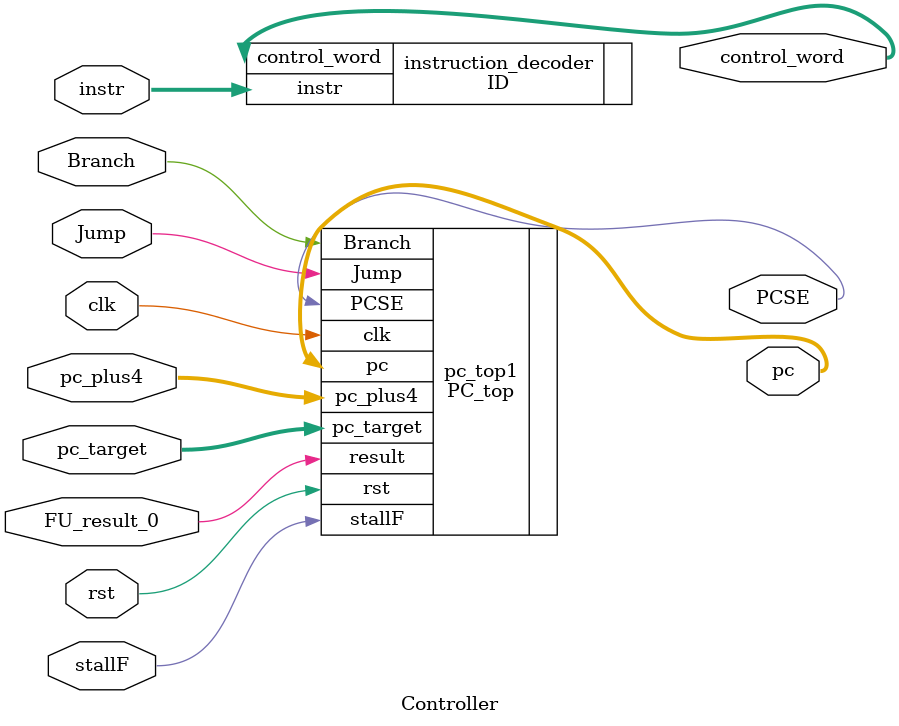
<source format=v>
module Controller #(parameter SIZE = 32)(
    input wire clk,
    input wire rst,
    input wire [SIZE-1:0] pc_plus4,
    input wire [SIZE-1:0] pc_target,
    input wire [0:0] Jump,
    input wire [0:0] Branch,
    input wire [0:0] FU_result_0,
    input wire stallF,
    input wire [31:0] instr,
    output wire [25:0] control_word,
    output wire PCSE,
    output wire [SIZE-1:0] pc
    );
    

    ID instruction_decoder(
    .instr(instr),
    .control_word(control_word)
    );
    
    PC_top #(SIZE) pc_top1(
    .clk(clk),
    .rst(rst),
    .pc_plus4(pc_plus4),
    .pc_target(pc_target),
    .Jump(Jump),
    .Branch(Branch),
    .result(FU_result_0),
    .stallF(stallF),
    .PCSE(PCSE),
    .pc(pc)
    );
    
endmodule

</source>
